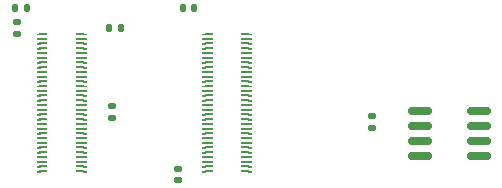
<source format=gbr>
%TF.GenerationSoftware,KiCad,Pcbnew,9.0.1+1*%
%TF.CreationDate,2025-05-26T16:30:20+08:00*%
%TF.ProjectId,audio_lab,61756469-6f5f-46c6-9162-2e6b69636164,rev?*%
%TF.SameCoordinates,Original*%
%TF.FileFunction,Paste,Bot*%
%TF.FilePolarity,Positive*%
%FSLAX46Y46*%
G04 Gerber Fmt 4.6, Leading zero omitted, Abs format (unit mm)*
G04 Created by KiCad (PCBNEW 9.0.1+1) date 2025-05-26 16:30:20*
%MOMM*%
%LPD*%
G01*
G04 APERTURE LIST*
G04 Aperture macros list*
%AMRoundRect*
0 Rectangle with rounded corners*
0 $1 Rounding radius*
0 $2 $3 $4 $5 $6 $7 $8 $9 X,Y pos of 4 corners*
0 Add a 4 corners polygon primitive as box body*
4,1,4,$2,$3,$4,$5,$6,$7,$8,$9,$2,$3,0*
0 Add four circle primitives for the rounded corners*
1,1,$1+$1,$2,$3*
1,1,$1+$1,$4,$5*
1,1,$1+$1,$6,$7*
1,1,$1+$1,$8,$9*
0 Add four rect primitives between the rounded corners*
20,1,$1+$1,$2,$3,$4,$5,0*
20,1,$1+$1,$4,$5,$6,$7,0*
20,1,$1+$1,$6,$7,$8,$9,0*
20,1,$1+$1,$8,$9,$2,$3,0*%
G04 Aperture macros list end*
%ADD10C,0.120000*%
%ADD11RoundRect,0.150000X0.825000X0.150000X-0.825000X0.150000X-0.825000X-0.150000X0.825000X-0.150000X0*%
%ADD12RoundRect,0.135000X-0.135000X-0.185000X0.135000X-0.185000X0.135000X0.185000X-0.135000X0.185000X0*%
%ADD13RoundRect,0.140000X-0.170000X0.140000X-0.170000X-0.140000X0.170000X-0.140000X0.170000X0.140000X0*%
%ADD14RoundRect,0.050165X-0.300355X0.050165X-0.300355X-0.050165X0.300355X-0.050165X0.300355X0.050165X0*%
%ADD15RoundRect,0.140000X0.170000X-0.140000X0.170000X0.140000X-0.170000X0.140000X-0.170000X-0.140000X0*%
%ADD16RoundRect,0.140000X-0.140000X-0.170000X0.140000X-0.170000X0.140000X0.170000X-0.140000X0.170000X0*%
G04 APERTURE END LIST*
%TO.C,J8*%
D10*
X111161520Y-84231120D02*
X110951520Y-84231120D01*
X110951520Y-84151120D01*
X111161520Y-84151120D01*
X111161520Y-84231120D01*
X111161520Y-84631120D02*
X110951520Y-84631120D01*
X110951520Y-84551120D01*
X111161520Y-84551120D01*
X111161520Y-84631120D01*
X111161520Y-85031120D02*
X110951520Y-85031120D01*
X110951520Y-84951120D01*
X111161520Y-84951120D01*
X111161520Y-85031120D01*
X111161520Y-85431120D02*
X110951520Y-85431120D01*
X110951520Y-85351120D01*
X111161520Y-85351120D01*
X111161520Y-85431120D01*
X111161520Y-85831120D02*
X110951520Y-85831120D01*
X110951520Y-85751120D01*
X111161520Y-85751120D01*
X111161520Y-85831120D01*
X111161520Y-86231120D02*
X110951520Y-86231120D01*
X110951520Y-86151120D01*
X111161520Y-86151120D01*
X111161520Y-86231120D01*
X111161520Y-86631120D02*
X110951520Y-86631120D01*
X110951520Y-86551120D01*
X111161520Y-86551120D01*
X111161520Y-86631120D01*
X111161520Y-87031120D02*
X110951520Y-87031120D01*
X110951520Y-86951120D01*
X111161520Y-86951120D01*
X111161520Y-87031120D01*
X111161520Y-87431120D02*
X110951520Y-87431120D01*
X110951520Y-87351120D01*
X111161520Y-87351120D01*
X111161520Y-87431120D01*
X111161520Y-87831120D02*
X110951520Y-87831120D01*
X110951520Y-87751120D01*
X111161520Y-87751120D01*
X111161520Y-87831120D01*
X111161520Y-88231120D02*
X110951520Y-88231120D01*
X110951520Y-88151120D01*
X111161520Y-88151120D01*
X111161520Y-88231120D01*
X111161520Y-88631120D02*
X110951520Y-88631120D01*
X110951520Y-88551120D01*
X111161520Y-88551120D01*
X111161520Y-88631120D01*
X111161520Y-89031120D02*
X110951520Y-89031120D01*
X110951520Y-88951120D01*
X111161520Y-88951120D01*
X111161520Y-89031120D01*
X111161520Y-89431120D02*
X110951520Y-89431120D01*
X110951520Y-89351120D01*
X111161520Y-89351120D01*
X111161520Y-89431120D01*
X111161520Y-89831120D02*
X110951520Y-89831120D01*
X110951520Y-89751120D01*
X111161520Y-89751120D01*
X111161520Y-89831120D01*
X111161520Y-90231120D02*
X110951520Y-90231120D01*
X110951520Y-90151120D01*
X111161520Y-90151120D01*
X111161520Y-90231120D01*
X111161520Y-90631120D02*
X110951520Y-90631120D01*
X110951520Y-90551120D01*
X111161520Y-90551120D01*
X111161520Y-90631120D01*
X111161520Y-91031120D02*
X110951520Y-91031120D01*
X110951520Y-90951120D01*
X111161520Y-90951120D01*
X111161520Y-91031120D01*
X111161520Y-91431120D02*
X110951520Y-91431120D01*
X110951520Y-91351120D01*
X111161520Y-91351120D01*
X111161520Y-91431120D01*
X111161520Y-91831120D02*
X110951520Y-91831120D01*
X110951520Y-91751120D01*
X111161520Y-91751120D01*
X111161520Y-91831120D01*
X111161520Y-92231120D02*
X110951520Y-92231120D01*
X110951520Y-92151120D01*
X111161520Y-92151120D01*
X111161520Y-92231120D01*
X111161520Y-92631120D02*
X110951520Y-92631120D01*
X110951520Y-92551120D01*
X111161520Y-92551120D01*
X111161520Y-92631120D01*
X111161520Y-93031120D02*
X110951520Y-93031120D01*
X110951520Y-92951120D01*
X111161520Y-92951120D01*
X111161520Y-93031120D01*
X111161520Y-93431120D02*
X110951520Y-93431120D01*
X110951520Y-93351120D01*
X111161520Y-93351120D01*
X111161520Y-93431120D01*
X111161520Y-93831120D02*
X110951520Y-93831120D01*
X110951520Y-93751120D01*
X111161520Y-93751120D01*
X111161520Y-93831120D01*
X111161520Y-94231120D02*
X110951520Y-94231120D01*
X110951520Y-94151120D01*
X111161520Y-94151120D01*
X111161520Y-94231120D01*
X111161520Y-94631120D02*
X110951520Y-94631120D01*
X110951520Y-94551120D01*
X111161520Y-94551120D01*
X111161520Y-94631120D01*
X111161520Y-95031120D02*
X110951520Y-95031120D01*
X110951520Y-94951120D01*
X111161520Y-94951120D01*
X111161520Y-95031120D01*
X111161520Y-95431120D02*
X110951520Y-95431120D01*
X110951520Y-95351120D01*
X111161520Y-95351120D01*
X111161520Y-95431120D01*
X111161520Y-95831120D02*
X110951520Y-95831120D01*
X110951520Y-95751120D01*
X111161520Y-95751120D01*
X111161520Y-95831120D01*
X115051520Y-84231120D02*
X114841520Y-84231120D01*
X114841520Y-84151120D01*
X115051520Y-84151120D01*
X115051520Y-84231120D01*
X115051520Y-84631120D02*
X114841520Y-84631120D01*
X114841520Y-84551120D01*
X115051520Y-84551120D01*
X115051520Y-84631120D01*
X115051520Y-85031120D02*
X114841520Y-85031120D01*
X114841520Y-84951120D01*
X115051520Y-84951120D01*
X115051520Y-85031120D01*
X115051520Y-85431120D02*
X114841520Y-85431120D01*
X114841520Y-85351120D01*
X115051520Y-85351120D01*
X115051520Y-85431120D01*
X115051520Y-85831120D02*
X114841520Y-85831120D01*
X114841520Y-85751120D01*
X115051520Y-85751120D01*
X115051520Y-85831120D01*
X115051520Y-86231120D02*
X114841520Y-86231120D01*
X114841520Y-86151120D01*
X115051520Y-86151120D01*
X115051520Y-86231120D01*
X115051520Y-86631120D02*
X114841520Y-86631120D01*
X114841520Y-86551120D01*
X115051520Y-86551120D01*
X115051520Y-86631120D01*
X115051520Y-87031120D02*
X114841520Y-87031120D01*
X114841520Y-86951120D01*
X115051520Y-86951120D01*
X115051520Y-87031120D01*
X115051520Y-87431120D02*
X114841520Y-87431120D01*
X114841520Y-87351120D01*
X115051520Y-87351120D01*
X115051520Y-87431120D01*
X115051520Y-87831120D02*
X114841520Y-87831120D01*
X114841520Y-87751120D01*
X115051520Y-87751120D01*
X115051520Y-87831120D01*
X115051520Y-88231120D02*
X114841520Y-88231120D01*
X114841520Y-88151120D01*
X115051520Y-88151120D01*
X115051520Y-88231120D01*
X115051520Y-88631120D02*
X114841520Y-88631120D01*
X114841520Y-88551120D01*
X115051520Y-88551120D01*
X115051520Y-88631120D01*
X115051520Y-89031120D02*
X114841520Y-89031120D01*
X114841520Y-88951120D01*
X115051520Y-88951120D01*
X115051520Y-89031120D01*
X115051520Y-89431120D02*
X114841520Y-89431120D01*
X114841520Y-89351120D01*
X115051520Y-89351120D01*
X115051520Y-89431120D01*
X115051520Y-89831120D02*
X114841520Y-89831120D01*
X114841520Y-89751120D01*
X115051520Y-89751120D01*
X115051520Y-89831120D01*
X115051520Y-90231120D02*
X114841520Y-90231120D01*
X114841520Y-90151120D01*
X115051520Y-90151120D01*
X115051520Y-90231120D01*
X115051520Y-90631120D02*
X114841520Y-90631120D01*
X114841520Y-90551120D01*
X115051520Y-90551120D01*
X115051520Y-90631120D01*
X115051520Y-91031120D02*
X114841520Y-91031120D01*
X114841520Y-90951120D01*
X115051520Y-90951120D01*
X115051520Y-91031120D01*
X115051520Y-91431120D02*
X114841520Y-91431120D01*
X114841520Y-91351120D01*
X115051520Y-91351120D01*
X115051520Y-91431120D01*
X115051520Y-91831120D02*
X114841520Y-91831120D01*
X114841520Y-91751120D01*
X115051520Y-91751120D01*
X115051520Y-91831120D01*
X115051520Y-92231120D02*
X114841520Y-92231120D01*
X114841520Y-92151120D01*
X115051520Y-92151120D01*
X115051520Y-92231120D01*
X115051520Y-92631120D02*
X114841520Y-92631120D01*
X114841520Y-92551120D01*
X115051520Y-92551120D01*
X115051520Y-92631120D01*
X115051520Y-93031120D02*
X114841520Y-93031120D01*
X114841520Y-92951120D01*
X115051520Y-92951120D01*
X115051520Y-93031120D01*
X115051520Y-93431120D02*
X114841520Y-93431120D01*
X114841520Y-93351120D01*
X115051520Y-93351120D01*
X115051520Y-93431120D01*
X115051520Y-93831120D02*
X114841520Y-93831120D01*
X114841520Y-93751120D01*
X115051520Y-93751120D01*
X115051520Y-93831120D01*
X115051520Y-94231120D02*
X114841520Y-94231120D01*
X114841520Y-94151120D01*
X115051520Y-94151120D01*
X115051520Y-94231120D01*
X115051520Y-94631120D02*
X114841520Y-94631120D01*
X114841520Y-94551120D01*
X115051520Y-94551120D01*
X115051520Y-94631120D01*
X115051520Y-95031120D02*
X114841520Y-95031120D01*
X114841520Y-94951120D01*
X115051520Y-94951120D01*
X115051520Y-95031120D01*
X115051520Y-95431120D02*
X114841520Y-95431120D01*
X114841520Y-95351120D01*
X115051520Y-95351120D01*
X115051520Y-95431120D01*
X115051520Y-95831120D02*
X114841520Y-95831120D01*
X114841520Y-95751120D01*
X115051520Y-95751120D01*
X115051520Y-95831120D01*
%TO.C,J7*%
X97161520Y-84231122D02*
X96951520Y-84231122D01*
X96951520Y-84151122D01*
X97161520Y-84151122D01*
X97161520Y-84231122D01*
X97161520Y-84631122D02*
X96951520Y-84631122D01*
X96951520Y-84551122D01*
X97161520Y-84551122D01*
X97161520Y-84631122D01*
X97161520Y-85031122D02*
X96951520Y-85031122D01*
X96951520Y-84951122D01*
X97161520Y-84951122D01*
X97161520Y-85031122D01*
X97161520Y-85431122D02*
X96951520Y-85431122D01*
X96951520Y-85351122D01*
X97161520Y-85351122D01*
X97161520Y-85431122D01*
X97161520Y-85831122D02*
X96951520Y-85831122D01*
X96951520Y-85751122D01*
X97161520Y-85751122D01*
X97161520Y-85831122D01*
X97161520Y-86231122D02*
X96951520Y-86231122D01*
X96951520Y-86151122D01*
X97161520Y-86151122D01*
X97161520Y-86231122D01*
X97161520Y-86631122D02*
X96951520Y-86631122D01*
X96951520Y-86551122D01*
X97161520Y-86551122D01*
X97161520Y-86631122D01*
X97161520Y-87031122D02*
X96951520Y-87031122D01*
X96951520Y-86951122D01*
X97161520Y-86951122D01*
X97161520Y-87031122D01*
X97161520Y-87431122D02*
X96951520Y-87431122D01*
X96951520Y-87351122D01*
X97161520Y-87351122D01*
X97161520Y-87431122D01*
X97161520Y-87831122D02*
X96951520Y-87831122D01*
X96951520Y-87751122D01*
X97161520Y-87751122D01*
X97161520Y-87831122D01*
X97161520Y-88231122D02*
X96951520Y-88231122D01*
X96951520Y-88151122D01*
X97161520Y-88151122D01*
X97161520Y-88231122D01*
X97161520Y-88631122D02*
X96951520Y-88631122D01*
X96951520Y-88551122D01*
X97161520Y-88551122D01*
X97161520Y-88631122D01*
X97161520Y-89031122D02*
X96951520Y-89031122D01*
X96951520Y-88951122D01*
X97161520Y-88951122D01*
X97161520Y-89031122D01*
X97161520Y-89431122D02*
X96951520Y-89431122D01*
X96951520Y-89351122D01*
X97161520Y-89351122D01*
X97161520Y-89431122D01*
X97161520Y-89831122D02*
X96951520Y-89831122D01*
X96951520Y-89751122D01*
X97161520Y-89751122D01*
X97161520Y-89831122D01*
X97161520Y-90231122D02*
X96951520Y-90231122D01*
X96951520Y-90151122D01*
X97161520Y-90151122D01*
X97161520Y-90231122D01*
X97161520Y-90631122D02*
X96951520Y-90631122D01*
X96951520Y-90551122D01*
X97161520Y-90551122D01*
X97161520Y-90631122D01*
X97161520Y-91031122D02*
X96951520Y-91031122D01*
X96951520Y-90951122D01*
X97161520Y-90951122D01*
X97161520Y-91031122D01*
X97161520Y-91431122D02*
X96951520Y-91431122D01*
X96951520Y-91351122D01*
X97161520Y-91351122D01*
X97161520Y-91431122D01*
X97161520Y-91831122D02*
X96951520Y-91831122D01*
X96951520Y-91751122D01*
X97161520Y-91751122D01*
X97161520Y-91831122D01*
X97161520Y-92231122D02*
X96951520Y-92231122D01*
X96951520Y-92151122D01*
X97161520Y-92151122D01*
X97161520Y-92231122D01*
X97161520Y-92631122D02*
X96951520Y-92631122D01*
X96951520Y-92551122D01*
X97161520Y-92551122D01*
X97161520Y-92631122D01*
X97161520Y-93031122D02*
X96951520Y-93031122D01*
X96951520Y-92951122D01*
X97161520Y-92951122D01*
X97161520Y-93031122D01*
X97161520Y-93431122D02*
X96951520Y-93431122D01*
X96951520Y-93351122D01*
X97161520Y-93351122D01*
X97161520Y-93431122D01*
X97161520Y-93831122D02*
X96951520Y-93831122D01*
X96951520Y-93751122D01*
X97161520Y-93751122D01*
X97161520Y-93831122D01*
X97161520Y-94231122D02*
X96951520Y-94231122D01*
X96951520Y-94151122D01*
X97161520Y-94151122D01*
X97161520Y-94231122D01*
X97161520Y-94631122D02*
X96951520Y-94631122D01*
X96951520Y-94551122D01*
X97161520Y-94551122D01*
X97161520Y-94631122D01*
X97161520Y-95031122D02*
X96951520Y-95031122D01*
X96951520Y-94951122D01*
X97161520Y-94951122D01*
X97161520Y-95031122D01*
X97161520Y-95431122D02*
X96951520Y-95431122D01*
X96951520Y-95351122D01*
X97161520Y-95351122D01*
X97161520Y-95431122D01*
X97161520Y-95831122D02*
X96951520Y-95831122D01*
X96951520Y-95751122D01*
X97161520Y-95751122D01*
X97161520Y-95831122D01*
X101051520Y-84231122D02*
X100841520Y-84231122D01*
X100841520Y-84151122D01*
X101051520Y-84151122D01*
X101051520Y-84231122D01*
X101051520Y-84631122D02*
X100841520Y-84631122D01*
X100841520Y-84551122D01*
X101051520Y-84551122D01*
X101051520Y-84631122D01*
X101051520Y-85031122D02*
X100841520Y-85031122D01*
X100841520Y-84951122D01*
X101051520Y-84951122D01*
X101051520Y-85031122D01*
X101051520Y-85431122D02*
X100841520Y-85431122D01*
X100841520Y-85351122D01*
X101051520Y-85351122D01*
X101051520Y-85431122D01*
X101051520Y-85831122D02*
X100841520Y-85831122D01*
X100841520Y-85751122D01*
X101051520Y-85751122D01*
X101051520Y-85831122D01*
X101051520Y-86231122D02*
X100841520Y-86231122D01*
X100841520Y-86151122D01*
X101051520Y-86151122D01*
X101051520Y-86231122D01*
X101051520Y-86631122D02*
X100841520Y-86631122D01*
X100841520Y-86551122D01*
X101051520Y-86551122D01*
X101051520Y-86631122D01*
X101051520Y-87031122D02*
X100841520Y-87031122D01*
X100841520Y-86951122D01*
X101051520Y-86951122D01*
X101051520Y-87031122D01*
X101051520Y-87431122D02*
X100841520Y-87431122D01*
X100841520Y-87351122D01*
X101051520Y-87351122D01*
X101051520Y-87431122D01*
X101051520Y-87831122D02*
X100841520Y-87831122D01*
X100841520Y-87751122D01*
X101051520Y-87751122D01*
X101051520Y-87831122D01*
X101051520Y-88231122D02*
X100841520Y-88231122D01*
X100841520Y-88151122D01*
X101051520Y-88151122D01*
X101051520Y-88231122D01*
X101051520Y-88631122D02*
X100841520Y-88631122D01*
X100841520Y-88551122D01*
X101051520Y-88551122D01*
X101051520Y-88631122D01*
X101051520Y-89031122D02*
X100841520Y-89031122D01*
X100841520Y-88951122D01*
X101051520Y-88951122D01*
X101051520Y-89031122D01*
X101051520Y-89431122D02*
X100841520Y-89431122D01*
X100841520Y-89351122D01*
X101051520Y-89351122D01*
X101051520Y-89431122D01*
X101051520Y-89831122D02*
X100841520Y-89831122D01*
X100841520Y-89751122D01*
X101051520Y-89751122D01*
X101051520Y-89831122D01*
X101051520Y-90231122D02*
X100841520Y-90231122D01*
X100841520Y-90151122D01*
X101051520Y-90151122D01*
X101051520Y-90231122D01*
X101051520Y-90631122D02*
X100841520Y-90631122D01*
X100841520Y-90551122D01*
X101051520Y-90551122D01*
X101051520Y-90631122D01*
X101051520Y-91031122D02*
X100841520Y-91031122D01*
X100841520Y-90951122D01*
X101051520Y-90951122D01*
X101051520Y-91031122D01*
X101051520Y-91431122D02*
X100841520Y-91431122D01*
X100841520Y-91351122D01*
X101051520Y-91351122D01*
X101051520Y-91431122D01*
X101051520Y-91831122D02*
X100841520Y-91831122D01*
X100841520Y-91751122D01*
X101051520Y-91751122D01*
X101051520Y-91831122D01*
X101051520Y-92231122D02*
X100841520Y-92231122D01*
X100841520Y-92151122D01*
X101051520Y-92151122D01*
X101051520Y-92231122D01*
X101051520Y-92631122D02*
X100841520Y-92631122D01*
X100841520Y-92551122D01*
X101051520Y-92551122D01*
X101051520Y-92631122D01*
X101051520Y-93031122D02*
X100841520Y-93031122D01*
X100841520Y-92951122D01*
X101051520Y-92951122D01*
X101051520Y-93031122D01*
X101051520Y-93431122D02*
X100841520Y-93431122D01*
X100841520Y-93351122D01*
X101051520Y-93351122D01*
X101051520Y-93431122D01*
X101051520Y-93831122D02*
X100841520Y-93831122D01*
X100841520Y-93751122D01*
X101051520Y-93751122D01*
X101051520Y-93831122D01*
X101051520Y-94231122D02*
X100841520Y-94231122D01*
X100841520Y-94151122D01*
X101051520Y-94151122D01*
X101051520Y-94231122D01*
X101051520Y-94631122D02*
X100841520Y-94631122D01*
X100841520Y-94551122D01*
X101051520Y-94551122D01*
X101051520Y-94631122D01*
X101051520Y-95031122D02*
X100841520Y-95031122D01*
X100841520Y-94951122D01*
X101051520Y-94951122D01*
X101051520Y-95031122D01*
X101051520Y-95431122D02*
X100841520Y-95431122D01*
X100841520Y-95351122D01*
X101051520Y-95351122D01*
X101051520Y-95431122D01*
X101051520Y-95831122D02*
X100841520Y-95831122D01*
X100841520Y-95751122D01*
X101051520Y-95751122D01*
X101051520Y-95831122D01*
%TD*%
D11*
%TO.C,U9*%
X134350000Y-90682500D03*
X134350000Y-91952500D03*
X134350000Y-93222500D03*
X134350000Y-94492500D03*
X129400000Y-94492500D03*
X129400000Y-93222500D03*
X129400000Y-91952500D03*
X129400000Y-90682500D03*
%TD*%
D12*
%TO.C,R27*%
X95090000Y-81987500D03*
X96110000Y-81987500D03*
%TD*%
D13*
%TO.C,C47*%
X95250000Y-83207500D03*
X95250000Y-84167500D03*
%TD*%
D14*
%TO.C,J8*%
X114540000Y-95789380D03*
X111461520Y-95789380D03*
X114540000Y-95390600D03*
X111461518Y-95390600D03*
X114540000Y-94991820D03*
X111461520Y-94991820D03*
X114540000Y-94590498D03*
X111461520Y-94590500D03*
X114540000Y-94191723D03*
X111461520Y-94191720D03*
X114540000Y-93790400D03*
X111461520Y-93790400D03*
X114540000Y-93391620D03*
X111461518Y-93391620D03*
X114540000Y-92990300D03*
X111461520Y-92990303D03*
X114540000Y-92591520D03*
X111461520Y-92591520D03*
X114539998Y-92190200D03*
X111461520Y-92190200D03*
X114540000Y-91791420D03*
X111461520Y-91791420D03*
X114540000Y-91390100D03*
X111461520Y-91390100D03*
X114540000Y-90991320D03*
X111461520Y-90991323D03*
X114540000Y-90590000D03*
X111461520Y-90590000D03*
X114539998Y-90191220D03*
X111461520Y-90191220D03*
X114539998Y-89789900D03*
X111461520Y-89789900D03*
X114540000Y-89391120D03*
X111461520Y-89391120D03*
X114540000Y-88989800D03*
X111461520Y-88989798D03*
X114540000Y-88591020D03*
X111461520Y-88591020D03*
X114540000Y-88189700D03*
X111461520Y-88189700D03*
X114539998Y-87790920D03*
X111461520Y-87790920D03*
X114540000Y-87389600D03*
X111461520Y-87389600D03*
X114540000Y-86990820D03*
X111461520Y-86990818D03*
X114540000Y-86589500D03*
X111461518Y-86589500D03*
X114540000Y-86190720D03*
X111461520Y-86190720D03*
X114540000Y-85789398D03*
X111461520Y-85789400D03*
X114540000Y-85390623D03*
X111461520Y-85390620D03*
X114540000Y-84989300D03*
X111461520Y-84989300D03*
X114540000Y-84590520D03*
X111461518Y-84590520D03*
X114540000Y-84191740D03*
X111461520Y-84191740D03*
%TD*%
D15*
%TO.C,C29*%
X125300000Y-92117500D03*
X125300000Y-91157500D03*
%TD*%
D13*
%TO.C,C45*%
X103250000Y-90307500D03*
X103250000Y-91267500D03*
%TD*%
D15*
%TO.C,C49*%
X108900000Y-96567500D03*
X108900000Y-95607500D03*
%TD*%
D16*
%TO.C,C46*%
X109270000Y-81987500D03*
X110230000Y-81987500D03*
%TD*%
D12*
%TO.C,R4*%
X103040000Y-83687500D03*
X104060000Y-83687500D03*
%TD*%
D14*
%TO.C,J7*%
X100540000Y-95789382D03*
X97461520Y-95789382D03*
X100540000Y-95390602D03*
X97461518Y-95390602D03*
X100540000Y-94991822D03*
X97461520Y-94991822D03*
X100540000Y-94590500D03*
X97461520Y-94590502D03*
X100540000Y-94191725D03*
X97461520Y-94191722D03*
X100540000Y-93790402D03*
X97461520Y-93790402D03*
X100540000Y-93391622D03*
X97461518Y-93391622D03*
X100540000Y-92990302D03*
X97461520Y-92990305D03*
X100540000Y-92591522D03*
X97461520Y-92591522D03*
X100539998Y-92190202D03*
X97461520Y-92190202D03*
X100540000Y-91791422D03*
X97461520Y-91791422D03*
X100540000Y-91390102D03*
X97461520Y-91390102D03*
X100540000Y-90991322D03*
X97461520Y-90991325D03*
X100540000Y-90590002D03*
X97461520Y-90590002D03*
X100539998Y-90191222D03*
X97461520Y-90191222D03*
X100539998Y-89789902D03*
X97461520Y-89789902D03*
X100540000Y-89391122D03*
X97461520Y-89391122D03*
X100540000Y-88989802D03*
X97461520Y-88989800D03*
X100540000Y-88591022D03*
X97461520Y-88591022D03*
X100540000Y-88189702D03*
X97461520Y-88189702D03*
X100539998Y-87790922D03*
X97461520Y-87790922D03*
X100540000Y-87389602D03*
X97461520Y-87389602D03*
X100540000Y-86990822D03*
X97461520Y-86990820D03*
X100540000Y-86589502D03*
X97461518Y-86589502D03*
X100540000Y-86190722D03*
X97461520Y-86190722D03*
X100540000Y-85789400D03*
X97461520Y-85789402D03*
X100540000Y-85390625D03*
X97461520Y-85390622D03*
X100540000Y-84989302D03*
X97461520Y-84989302D03*
X100540000Y-84590522D03*
X97461518Y-84590522D03*
X100540000Y-84191742D03*
X97461520Y-84191742D03*
%TD*%
M02*

</source>
